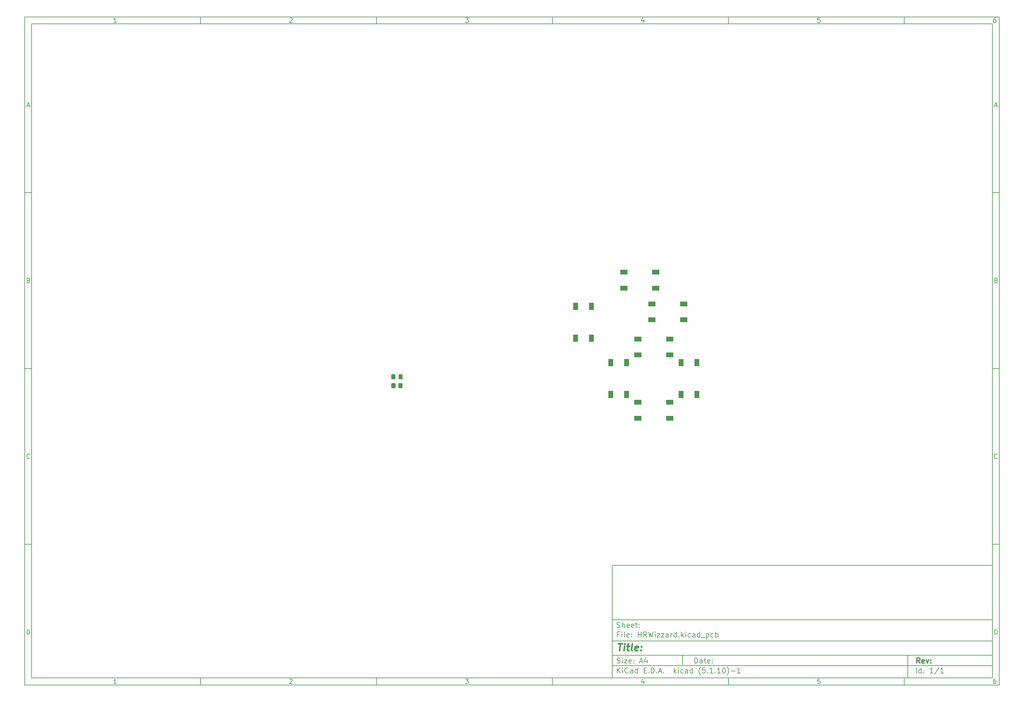
<source format=gbr>
%TF.GenerationSoftware,KiCad,Pcbnew,(5.1.10)-1*%
%TF.CreationDate,2021-11-21T15:51:45+01:00*%
%TF.ProjectId,HRWizzard,48525769-7a7a-4617-9264-2e6b69636164,rev?*%
%TF.SameCoordinates,Original*%
%TF.FileFunction,Paste,Top*%
%TF.FilePolarity,Positive*%
%FSLAX46Y46*%
G04 Gerber Fmt 4.6, Leading zero omitted, Abs format (unit mm)*
G04 Created by KiCad (PCBNEW (5.1.10)-1) date 2021-11-21 15:51:45*
%MOMM*%
%LPD*%
G01*
G04 APERTURE LIST*
%ADD10C,0.100000*%
%ADD11C,0.150000*%
%ADD12C,0.300000*%
%ADD13C,0.400000*%
%ADD14R,1.400000X2.100000*%
%ADD15R,2.100000X1.400000*%
G04 APERTURE END LIST*
D10*
D11*
X177002200Y-166007200D02*
X177002200Y-198007200D01*
X285002200Y-198007200D01*
X285002200Y-166007200D01*
X177002200Y-166007200D01*
D10*
D11*
X10000000Y-10000000D02*
X10000000Y-200007200D01*
X287002200Y-200007200D01*
X287002200Y-10000000D01*
X10000000Y-10000000D01*
D10*
D11*
X12000000Y-12000000D02*
X12000000Y-198007200D01*
X285002200Y-198007200D01*
X285002200Y-12000000D01*
X12000000Y-12000000D01*
D10*
D11*
X60000000Y-12000000D02*
X60000000Y-10000000D01*
D10*
D11*
X110000000Y-12000000D02*
X110000000Y-10000000D01*
D10*
D11*
X160000000Y-12000000D02*
X160000000Y-10000000D01*
D10*
D11*
X210000000Y-12000000D02*
X210000000Y-10000000D01*
D10*
D11*
X260000000Y-12000000D02*
X260000000Y-10000000D01*
D10*
D11*
X36065476Y-11588095D02*
X35322619Y-11588095D01*
X35694047Y-11588095D02*
X35694047Y-10288095D01*
X35570238Y-10473809D01*
X35446428Y-10597619D01*
X35322619Y-10659523D01*
D10*
D11*
X85322619Y-10411904D02*
X85384523Y-10350000D01*
X85508333Y-10288095D01*
X85817857Y-10288095D01*
X85941666Y-10350000D01*
X86003571Y-10411904D01*
X86065476Y-10535714D01*
X86065476Y-10659523D01*
X86003571Y-10845238D01*
X85260714Y-11588095D01*
X86065476Y-11588095D01*
D10*
D11*
X135260714Y-10288095D02*
X136065476Y-10288095D01*
X135632142Y-10783333D01*
X135817857Y-10783333D01*
X135941666Y-10845238D01*
X136003571Y-10907142D01*
X136065476Y-11030952D01*
X136065476Y-11340476D01*
X136003571Y-11464285D01*
X135941666Y-11526190D01*
X135817857Y-11588095D01*
X135446428Y-11588095D01*
X135322619Y-11526190D01*
X135260714Y-11464285D01*
D10*
D11*
X185941666Y-10721428D02*
X185941666Y-11588095D01*
X185632142Y-10226190D02*
X185322619Y-11154761D01*
X186127380Y-11154761D01*
D10*
D11*
X236003571Y-10288095D02*
X235384523Y-10288095D01*
X235322619Y-10907142D01*
X235384523Y-10845238D01*
X235508333Y-10783333D01*
X235817857Y-10783333D01*
X235941666Y-10845238D01*
X236003571Y-10907142D01*
X236065476Y-11030952D01*
X236065476Y-11340476D01*
X236003571Y-11464285D01*
X235941666Y-11526190D01*
X235817857Y-11588095D01*
X235508333Y-11588095D01*
X235384523Y-11526190D01*
X235322619Y-11464285D01*
D10*
D11*
X285941666Y-10288095D02*
X285694047Y-10288095D01*
X285570238Y-10350000D01*
X285508333Y-10411904D01*
X285384523Y-10597619D01*
X285322619Y-10845238D01*
X285322619Y-11340476D01*
X285384523Y-11464285D01*
X285446428Y-11526190D01*
X285570238Y-11588095D01*
X285817857Y-11588095D01*
X285941666Y-11526190D01*
X286003571Y-11464285D01*
X286065476Y-11340476D01*
X286065476Y-11030952D01*
X286003571Y-10907142D01*
X285941666Y-10845238D01*
X285817857Y-10783333D01*
X285570238Y-10783333D01*
X285446428Y-10845238D01*
X285384523Y-10907142D01*
X285322619Y-11030952D01*
D10*
D11*
X60000000Y-198007200D02*
X60000000Y-200007200D01*
D10*
D11*
X110000000Y-198007200D02*
X110000000Y-200007200D01*
D10*
D11*
X160000000Y-198007200D02*
X160000000Y-200007200D01*
D10*
D11*
X210000000Y-198007200D02*
X210000000Y-200007200D01*
D10*
D11*
X260000000Y-198007200D02*
X260000000Y-200007200D01*
D10*
D11*
X36065476Y-199595295D02*
X35322619Y-199595295D01*
X35694047Y-199595295D02*
X35694047Y-198295295D01*
X35570238Y-198481009D01*
X35446428Y-198604819D01*
X35322619Y-198666723D01*
D10*
D11*
X85322619Y-198419104D02*
X85384523Y-198357200D01*
X85508333Y-198295295D01*
X85817857Y-198295295D01*
X85941666Y-198357200D01*
X86003571Y-198419104D01*
X86065476Y-198542914D01*
X86065476Y-198666723D01*
X86003571Y-198852438D01*
X85260714Y-199595295D01*
X86065476Y-199595295D01*
D10*
D11*
X135260714Y-198295295D02*
X136065476Y-198295295D01*
X135632142Y-198790533D01*
X135817857Y-198790533D01*
X135941666Y-198852438D01*
X136003571Y-198914342D01*
X136065476Y-199038152D01*
X136065476Y-199347676D01*
X136003571Y-199471485D01*
X135941666Y-199533390D01*
X135817857Y-199595295D01*
X135446428Y-199595295D01*
X135322619Y-199533390D01*
X135260714Y-199471485D01*
D10*
D11*
X185941666Y-198728628D02*
X185941666Y-199595295D01*
X185632142Y-198233390D02*
X185322619Y-199161961D01*
X186127380Y-199161961D01*
D10*
D11*
X236003571Y-198295295D02*
X235384523Y-198295295D01*
X235322619Y-198914342D01*
X235384523Y-198852438D01*
X235508333Y-198790533D01*
X235817857Y-198790533D01*
X235941666Y-198852438D01*
X236003571Y-198914342D01*
X236065476Y-199038152D01*
X236065476Y-199347676D01*
X236003571Y-199471485D01*
X235941666Y-199533390D01*
X235817857Y-199595295D01*
X235508333Y-199595295D01*
X235384523Y-199533390D01*
X235322619Y-199471485D01*
D10*
D11*
X285941666Y-198295295D02*
X285694047Y-198295295D01*
X285570238Y-198357200D01*
X285508333Y-198419104D01*
X285384523Y-198604819D01*
X285322619Y-198852438D01*
X285322619Y-199347676D01*
X285384523Y-199471485D01*
X285446428Y-199533390D01*
X285570238Y-199595295D01*
X285817857Y-199595295D01*
X285941666Y-199533390D01*
X286003571Y-199471485D01*
X286065476Y-199347676D01*
X286065476Y-199038152D01*
X286003571Y-198914342D01*
X285941666Y-198852438D01*
X285817857Y-198790533D01*
X285570238Y-198790533D01*
X285446428Y-198852438D01*
X285384523Y-198914342D01*
X285322619Y-199038152D01*
D10*
D11*
X10000000Y-60000000D02*
X12000000Y-60000000D01*
D10*
D11*
X10000000Y-110000000D02*
X12000000Y-110000000D01*
D10*
D11*
X10000000Y-160000000D02*
X12000000Y-160000000D01*
D10*
D11*
X10690476Y-35216666D02*
X11309523Y-35216666D01*
X10566666Y-35588095D02*
X11000000Y-34288095D01*
X11433333Y-35588095D01*
D10*
D11*
X11092857Y-84907142D02*
X11278571Y-84969047D01*
X11340476Y-85030952D01*
X11402380Y-85154761D01*
X11402380Y-85340476D01*
X11340476Y-85464285D01*
X11278571Y-85526190D01*
X11154761Y-85588095D01*
X10659523Y-85588095D01*
X10659523Y-84288095D01*
X11092857Y-84288095D01*
X11216666Y-84350000D01*
X11278571Y-84411904D01*
X11340476Y-84535714D01*
X11340476Y-84659523D01*
X11278571Y-84783333D01*
X11216666Y-84845238D01*
X11092857Y-84907142D01*
X10659523Y-84907142D01*
D10*
D11*
X11402380Y-135464285D02*
X11340476Y-135526190D01*
X11154761Y-135588095D01*
X11030952Y-135588095D01*
X10845238Y-135526190D01*
X10721428Y-135402380D01*
X10659523Y-135278571D01*
X10597619Y-135030952D01*
X10597619Y-134845238D01*
X10659523Y-134597619D01*
X10721428Y-134473809D01*
X10845238Y-134350000D01*
X11030952Y-134288095D01*
X11154761Y-134288095D01*
X11340476Y-134350000D01*
X11402380Y-134411904D01*
D10*
D11*
X10659523Y-185588095D02*
X10659523Y-184288095D01*
X10969047Y-184288095D01*
X11154761Y-184350000D01*
X11278571Y-184473809D01*
X11340476Y-184597619D01*
X11402380Y-184845238D01*
X11402380Y-185030952D01*
X11340476Y-185278571D01*
X11278571Y-185402380D01*
X11154761Y-185526190D01*
X10969047Y-185588095D01*
X10659523Y-185588095D01*
D10*
D11*
X287002200Y-60000000D02*
X285002200Y-60000000D01*
D10*
D11*
X287002200Y-110000000D02*
X285002200Y-110000000D01*
D10*
D11*
X287002200Y-160000000D02*
X285002200Y-160000000D01*
D10*
D11*
X285692676Y-35216666D02*
X286311723Y-35216666D01*
X285568866Y-35588095D02*
X286002200Y-34288095D01*
X286435533Y-35588095D01*
D10*
D11*
X286095057Y-84907142D02*
X286280771Y-84969047D01*
X286342676Y-85030952D01*
X286404580Y-85154761D01*
X286404580Y-85340476D01*
X286342676Y-85464285D01*
X286280771Y-85526190D01*
X286156961Y-85588095D01*
X285661723Y-85588095D01*
X285661723Y-84288095D01*
X286095057Y-84288095D01*
X286218866Y-84350000D01*
X286280771Y-84411904D01*
X286342676Y-84535714D01*
X286342676Y-84659523D01*
X286280771Y-84783333D01*
X286218866Y-84845238D01*
X286095057Y-84907142D01*
X285661723Y-84907142D01*
D10*
D11*
X286404580Y-135464285D02*
X286342676Y-135526190D01*
X286156961Y-135588095D01*
X286033152Y-135588095D01*
X285847438Y-135526190D01*
X285723628Y-135402380D01*
X285661723Y-135278571D01*
X285599819Y-135030952D01*
X285599819Y-134845238D01*
X285661723Y-134597619D01*
X285723628Y-134473809D01*
X285847438Y-134350000D01*
X286033152Y-134288095D01*
X286156961Y-134288095D01*
X286342676Y-134350000D01*
X286404580Y-134411904D01*
D10*
D11*
X285661723Y-185588095D02*
X285661723Y-184288095D01*
X285971247Y-184288095D01*
X286156961Y-184350000D01*
X286280771Y-184473809D01*
X286342676Y-184597619D01*
X286404580Y-184845238D01*
X286404580Y-185030952D01*
X286342676Y-185278571D01*
X286280771Y-185402380D01*
X286156961Y-185526190D01*
X285971247Y-185588095D01*
X285661723Y-185588095D01*
D10*
D11*
X200434342Y-193785771D02*
X200434342Y-192285771D01*
X200791485Y-192285771D01*
X201005771Y-192357200D01*
X201148628Y-192500057D01*
X201220057Y-192642914D01*
X201291485Y-192928628D01*
X201291485Y-193142914D01*
X201220057Y-193428628D01*
X201148628Y-193571485D01*
X201005771Y-193714342D01*
X200791485Y-193785771D01*
X200434342Y-193785771D01*
X202577200Y-193785771D02*
X202577200Y-193000057D01*
X202505771Y-192857200D01*
X202362914Y-192785771D01*
X202077200Y-192785771D01*
X201934342Y-192857200D01*
X202577200Y-193714342D02*
X202434342Y-193785771D01*
X202077200Y-193785771D01*
X201934342Y-193714342D01*
X201862914Y-193571485D01*
X201862914Y-193428628D01*
X201934342Y-193285771D01*
X202077200Y-193214342D01*
X202434342Y-193214342D01*
X202577200Y-193142914D01*
X203077200Y-192785771D02*
X203648628Y-192785771D01*
X203291485Y-192285771D02*
X203291485Y-193571485D01*
X203362914Y-193714342D01*
X203505771Y-193785771D01*
X203648628Y-193785771D01*
X204720057Y-193714342D02*
X204577200Y-193785771D01*
X204291485Y-193785771D01*
X204148628Y-193714342D01*
X204077200Y-193571485D01*
X204077200Y-193000057D01*
X204148628Y-192857200D01*
X204291485Y-192785771D01*
X204577200Y-192785771D01*
X204720057Y-192857200D01*
X204791485Y-193000057D01*
X204791485Y-193142914D01*
X204077200Y-193285771D01*
X205434342Y-193642914D02*
X205505771Y-193714342D01*
X205434342Y-193785771D01*
X205362914Y-193714342D01*
X205434342Y-193642914D01*
X205434342Y-193785771D01*
X205434342Y-192857200D02*
X205505771Y-192928628D01*
X205434342Y-193000057D01*
X205362914Y-192928628D01*
X205434342Y-192857200D01*
X205434342Y-193000057D01*
D10*
D11*
X177002200Y-194507200D02*
X285002200Y-194507200D01*
D10*
D11*
X178434342Y-196585771D02*
X178434342Y-195085771D01*
X179291485Y-196585771D02*
X178648628Y-195728628D01*
X179291485Y-195085771D02*
X178434342Y-195942914D01*
X179934342Y-196585771D02*
X179934342Y-195585771D01*
X179934342Y-195085771D02*
X179862914Y-195157200D01*
X179934342Y-195228628D01*
X180005771Y-195157200D01*
X179934342Y-195085771D01*
X179934342Y-195228628D01*
X181505771Y-196442914D02*
X181434342Y-196514342D01*
X181220057Y-196585771D01*
X181077200Y-196585771D01*
X180862914Y-196514342D01*
X180720057Y-196371485D01*
X180648628Y-196228628D01*
X180577200Y-195942914D01*
X180577200Y-195728628D01*
X180648628Y-195442914D01*
X180720057Y-195300057D01*
X180862914Y-195157200D01*
X181077200Y-195085771D01*
X181220057Y-195085771D01*
X181434342Y-195157200D01*
X181505771Y-195228628D01*
X182791485Y-196585771D02*
X182791485Y-195800057D01*
X182720057Y-195657200D01*
X182577200Y-195585771D01*
X182291485Y-195585771D01*
X182148628Y-195657200D01*
X182791485Y-196514342D02*
X182648628Y-196585771D01*
X182291485Y-196585771D01*
X182148628Y-196514342D01*
X182077200Y-196371485D01*
X182077200Y-196228628D01*
X182148628Y-196085771D01*
X182291485Y-196014342D01*
X182648628Y-196014342D01*
X182791485Y-195942914D01*
X184148628Y-196585771D02*
X184148628Y-195085771D01*
X184148628Y-196514342D02*
X184005771Y-196585771D01*
X183720057Y-196585771D01*
X183577200Y-196514342D01*
X183505771Y-196442914D01*
X183434342Y-196300057D01*
X183434342Y-195871485D01*
X183505771Y-195728628D01*
X183577200Y-195657200D01*
X183720057Y-195585771D01*
X184005771Y-195585771D01*
X184148628Y-195657200D01*
X186005771Y-195800057D02*
X186505771Y-195800057D01*
X186720057Y-196585771D02*
X186005771Y-196585771D01*
X186005771Y-195085771D01*
X186720057Y-195085771D01*
X187362914Y-196442914D02*
X187434342Y-196514342D01*
X187362914Y-196585771D01*
X187291485Y-196514342D01*
X187362914Y-196442914D01*
X187362914Y-196585771D01*
X188077200Y-196585771D02*
X188077200Y-195085771D01*
X188434342Y-195085771D01*
X188648628Y-195157200D01*
X188791485Y-195300057D01*
X188862914Y-195442914D01*
X188934342Y-195728628D01*
X188934342Y-195942914D01*
X188862914Y-196228628D01*
X188791485Y-196371485D01*
X188648628Y-196514342D01*
X188434342Y-196585771D01*
X188077200Y-196585771D01*
X189577200Y-196442914D02*
X189648628Y-196514342D01*
X189577200Y-196585771D01*
X189505771Y-196514342D01*
X189577200Y-196442914D01*
X189577200Y-196585771D01*
X190220057Y-196157200D02*
X190934342Y-196157200D01*
X190077200Y-196585771D02*
X190577200Y-195085771D01*
X191077200Y-196585771D01*
X191577200Y-196442914D02*
X191648628Y-196514342D01*
X191577200Y-196585771D01*
X191505771Y-196514342D01*
X191577200Y-196442914D01*
X191577200Y-196585771D01*
X194577200Y-196585771D02*
X194577200Y-195085771D01*
X194720057Y-196014342D02*
X195148628Y-196585771D01*
X195148628Y-195585771D02*
X194577200Y-196157200D01*
X195791485Y-196585771D02*
X195791485Y-195585771D01*
X195791485Y-195085771D02*
X195720057Y-195157200D01*
X195791485Y-195228628D01*
X195862914Y-195157200D01*
X195791485Y-195085771D01*
X195791485Y-195228628D01*
X197148628Y-196514342D02*
X197005771Y-196585771D01*
X196720057Y-196585771D01*
X196577200Y-196514342D01*
X196505771Y-196442914D01*
X196434342Y-196300057D01*
X196434342Y-195871485D01*
X196505771Y-195728628D01*
X196577200Y-195657200D01*
X196720057Y-195585771D01*
X197005771Y-195585771D01*
X197148628Y-195657200D01*
X198434342Y-196585771D02*
X198434342Y-195800057D01*
X198362914Y-195657200D01*
X198220057Y-195585771D01*
X197934342Y-195585771D01*
X197791485Y-195657200D01*
X198434342Y-196514342D02*
X198291485Y-196585771D01*
X197934342Y-196585771D01*
X197791485Y-196514342D01*
X197720057Y-196371485D01*
X197720057Y-196228628D01*
X197791485Y-196085771D01*
X197934342Y-196014342D01*
X198291485Y-196014342D01*
X198434342Y-195942914D01*
X199791485Y-196585771D02*
X199791485Y-195085771D01*
X199791485Y-196514342D02*
X199648628Y-196585771D01*
X199362914Y-196585771D01*
X199220057Y-196514342D01*
X199148628Y-196442914D01*
X199077200Y-196300057D01*
X199077200Y-195871485D01*
X199148628Y-195728628D01*
X199220057Y-195657200D01*
X199362914Y-195585771D01*
X199648628Y-195585771D01*
X199791485Y-195657200D01*
X202077200Y-197157200D02*
X202005771Y-197085771D01*
X201862914Y-196871485D01*
X201791485Y-196728628D01*
X201720057Y-196514342D01*
X201648628Y-196157200D01*
X201648628Y-195871485D01*
X201720057Y-195514342D01*
X201791485Y-195300057D01*
X201862914Y-195157200D01*
X202005771Y-194942914D01*
X202077200Y-194871485D01*
X203362914Y-195085771D02*
X202648628Y-195085771D01*
X202577200Y-195800057D01*
X202648628Y-195728628D01*
X202791485Y-195657200D01*
X203148628Y-195657200D01*
X203291485Y-195728628D01*
X203362914Y-195800057D01*
X203434342Y-195942914D01*
X203434342Y-196300057D01*
X203362914Y-196442914D01*
X203291485Y-196514342D01*
X203148628Y-196585771D01*
X202791485Y-196585771D01*
X202648628Y-196514342D01*
X202577200Y-196442914D01*
X204077200Y-196442914D02*
X204148628Y-196514342D01*
X204077200Y-196585771D01*
X204005771Y-196514342D01*
X204077200Y-196442914D01*
X204077200Y-196585771D01*
X205577200Y-196585771D02*
X204720057Y-196585771D01*
X205148628Y-196585771D02*
X205148628Y-195085771D01*
X205005771Y-195300057D01*
X204862914Y-195442914D01*
X204720057Y-195514342D01*
X206220057Y-196442914D02*
X206291485Y-196514342D01*
X206220057Y-196585771D01*
X206148628Y-196514342D01*
X206220057Y-196442914D01*
X206220057Y-196585771D01*
X207720057Y-196585771D02*
X206862914Y-196585771D01*
X207291485Y-196585771D02*
X207291485Y-195085771D01*
X207148628Y-195300057D01*
X207005771Y-195442914D01*
X206862914Y-195514342D01*
X208648628Y-195085771D02*
X208791485Y-195085771D01*
X208934342Y-195157200D01*
X209005771Y-195228628D01*
X209077200Y-195371485D01*
X209148628Y-195657200D01*
X209148628Y-196014342D01*
X209077200Y-196300057D01*
X209005771Y-196442914D01*
X208934342Y-196514342D01*
X208791485Y-196585771D01*
X208648628Y-196585771D01*
X208505771Y-196514342D01*
X208434342Y-196442914D01*
X208362914Y-196300057D01*
X208291485Y-196014342D01*
X208291485Y-195657200D01*
X208362914Y-195371485D01*
X208434342Y-195228628D01*
X208505771Y-195157200D01*
X208648628Y-195085771D01*
X209648628Y-197157200D02*
X209720057Y-197085771D01*
X209862914Y-196871485D01*
X209934342Y-196728628D01*
X210005771Y-196514342D01*
X210077200Y-196157200D01*
X210077200Y-195871485D01*
X210005771Y-195514342D01*
X209934342Y-195300057D01*
X209862914Y-195157200D01*
X209720057Y-194942914D01*
X209648628Y-194871485D01*
X210791485Y-196014342D02*
X211934342Y-196014342D01*
X213434342Y-196585771D02*
X212577200Y-196585771D01*
X213005771Y-196585771D02*
X213005771Y-195085771D01*
X212862914Y-195300057D01*
X212720057Y-195442914D01*
X212577200Y-195514342D01*
D10*
D11*
X177002200Y-191507200D02*
X285002200Y-191507200D01*
D10*
D12*
X264411485Y-193785771D02*
X263911485Y-193071485D01*
X263554342Y-193785771D02*
X263554342Y-192285771D01*
X264125771Y-192285771D01*
X264268628Y-192357200D01*
X264340057Y-192428628D01*
X264411485Y-192571485D01*
X264411485Y-192785771D01*
X264340057Y-192928628D01*
X264268628Y-193000057D01*
X264125771Y-193071485D01*
X263554342Y-193071485D01*
X265625771Y-193714342D02*
X265482914Y-193785771D01*
X265197200Y-193785771D01*
X265054342Y-193714342D01*
X264982914Y-193571485D01*
X264982914Y-193000057D01*
X265054342Y-192857200D01*
X265197200Y-192785771D01*
X265482914Y-192785771D01*
X265625771Y-192857200D01*
X265697200Y-193000057D01*
X265697200Y-193142914D01*
X264982914Y-193285771D01*
X266197200Y-192785771D02*
X266554342Y-193785771D01*
X266911485Y-192785771D01*
X267482914Y-193642914D02*
X267554342Y-193714342D01*
X267482914Y-193785771D01*
X267411485Y-193714342D01*
X267482914Y-193642914D01*
X267482914Y-193785771D01*
X267482914Y-192857200D02*
X267554342Y-192928628D01*
X267482914Y-193000057D01*
X267411485Y-192928628D01*
X267482914Y-192857200D01*
X267482914Y-193000057D01*
D10*
D11*
X178362914Y-193714342D02*
X178577200Y-193785771D01*
X178934342Y-193785771D01*
X179077200Y-193714342D01*
X179148628Y-193642914D01*
X179220057Y-193500057D01*
X179220057Y-193357200D01*
X179148628Y-193214342D01*
X179077200Y-193142914D01*
X178934342Y-193071485D01*
X178648628Y-193000057D01*
X178505771Y-192928628D01*
X178434342Y-192857200D01*
X178362914Y-192714342D01*
X178362914Y-192571485D01*
X178434342Y-192428628D01*
X178505771Y-192357200D01*
X178648628Y-192285771D01*
X179005771Y-192285771D01*
X179220057Y-192357200D01*
X179862914Y-193785771D02*
X179862914Y-192785771D01*
X179862914Y-192285771D02*
X179791485Y-192357200D01*
X179862914Y-192428628D01*
X179934342Y-192357200D01*
X179862914Y-192285771D01*
X179862914Y-192428628D01*
X180434342Y-192785771D02*
X181220057Y-192785771D01*
X180434342Y-193785771D01*
X181220057Y-193785771D01*
X182362914Y-193714342D02*
X182220057Y-193785771D01*
X181934342Y-193785771D01*
X181791485Y-193714342D01*
X181720057Y-193571485D01*
X181720057Y-193000057D01*
X181791485Y-192857200D01*
X181934342Y-192785771D01*
X182220057Y-192785771D01*
X182362914Y-192857200D01*
X182434342Y-193000057D01*
X182434342Y-193142914D01*
X181720057Y-193285771D01*
X183077200Y-193642914D02*
X183148628Y-193714342D01*
X183077200Y-193785771D01*
X183005771Y-193714342D01*
X183077200Y-193642914D01*
X183077200Y-193785771D01*
X183077200Y-192857200D02*
X183148628Y-192928628D01*
X183077200Y-193000057D01*
X183005771Y-192928628D01*
X183077200Y-192857200D01*
X183077200Y-193000057D01*
X184862914Y-193357200D02*
X185577200Y-193357200D01*
X184720057Y-193785771D02*
X185220057Y-192285771D01*
X185720057Y-193785771D01*
X186862914Y-192785771D02*
X186862914Y-193785771D01*
X186505771Y-192214342D02*
X186148628Y-193285771D01*
X187077200Y-193285771D01*
D10*
D11*
X263434342Y-196585771D02*
X263434342Y-195085771D01*
X264791485Y-196585771D02*
X264791485Y-195085771D01*
X264791485Y-196514342D02*
X264648628Y-196585771D01*
X264362914Y-196585771D01*
X264220057Y-196514342D01*
X264148628Y-196442914D01*
X264077200Y-196300057D01*
X264077200Y-195871485D01*
X264148628Y-195728628D01*
X264220057Y-195657200D01*
X264362914Y-195585771D01*
X264648628Y-195585771D01*
X264791485Y-195657200D01*
X265505771Y-196442914D02*
X265577200Y-196514342D01*
X265505771Y-196585771D01*
X265434342Y-196514342D01*
X265505771Y-196442914D01*
X265505771Y-196585771D01*
X265505771Y-195657200D02*
X265577200Y-195728628D01*
X265505771Y-195800057D01*
X265434342Y-195728628D01*
X265505771Y-195657200D01*
X265505771Y-195800057D01*
X268148628Y-196585771D02*
X267291485Y-196585771D01*
X267720057Y-196585771D02*
X267720057Y-195085771D01*
X267577200Y-195300057D01*
X267434342Y-195442914D01*
X267291485Y-195514342D01*
X269862914Y-195014342D02*
X268577200Y-196942914D01*
X271148628Y-196585771D02*
X270291485Y-196585771D01*
X270720057Y-196585771D02*
X270720057Y-195085771D01*
X270577200Y-195300057D01*
X270434342Y-195442914D01*
X270291485Y-195514342D01*
D10*
D11*
X177002200Y-187507200D02*
X285002200Y-187507200D01*
D10*
D13*
X178714580Y-188211961D02*
X179857438Y-188211961D01*
X179036009Y-190211961D02*
X179286009Y-188211961D01*
X180274104Y-190211961D02*
X180440771Y-188878628D01*
X180524104Y-188211961D02*
X180416961Y-188307200D01*
X180500295Y-188402438D01*
X180607438Y-188307200D01*
X180524104Y-188211961D01*
X180500295Y-188402438D01*
X181107438Y-188878628D02*
X181869342Y-188878628D01*
X181476485Y-188211961D02*
X181262200Y-189926247D01*
X181333628Y-190116723D01*
X181512200Y-190211961D01*
X181702676Y-190211961D01*
X182655057Y-190211961D02*
X182476485Y-190116723D01*
X182405057Y-189926247D01*
X182619342Y-188211961D01*
X184190771Y-190116723D02*
X183988390Y-190211961D01*
X183607438Y-190211961D01*
X183428866Y-190116723D01*
X183357438Y-189926247D01*
X183452676Y-189164342D01*
X183571723Y-188973866D01*
X183774104Y-188878628D01*
X184155057Y-188878628D01*
X184333628Y-188973866D01*
X184405057Y-189164342D01*
X184381247Y-189354819D01*
X183405057Y-189545295D01*
X185155057Y-190021485D02*
X185238390Y-190116723D01*
X185131247Y-190211961D01*
X185047914Y-190116723D01*
X185155057Y-190021485D01*
X185131247Y-190211961D01*
X185286009Y-188973866D02*
X185369342Y-189069104D01*
X185262200Y-189164342D01*
X185178866Y-189069104D01*
X185286009Y-188973866D01*
X185262200Y-189164342D01*
D10*
D11*
X178934342Y-185600057D02*
X178434342Y-185600057D01*
X178434342Y-186385771D02*
X178434342Y-184885771D01*
X179148628Y-184885771D01*
X179720057Y-186385771D02*
X179720057Y-185385771D01*
X179720057Y-184885771D02*
X179648628Y-184957200D01*
X179720057Y-185028628D01*
X179791485Y-184957200D01*
X179720057Y-184885771D01*
X179720057Y-185028628D01*
X180648628Y-186385771D02*
X180505771Y-186314342D01*
X180434342Y-186171485D01*
X180434342Y-184885771D01*
X181791485Y-186314342D02*
X181648628Y-186385771D01*
X181362914Y-186385771D01*
X181220057Y-186314342D01*
X181148628Y-186171485D01*
X181148628Y-185600057D01*
X181220057Y-185457200D01*
X181362914Y-185385771D01*
X181648628Y-185385771D01*
X181791485Y-185457200D01*
X181862914Y-185600057D01*
X181862914Y-185742914D01*
X181148628Y-185885771D01*
X182505771Y-186242914D02*
X182577200Y-186314342D01*
X182505771Y-186385771D01*
X182434342Y-186314342D01*
X182505771Y-186242914D01*
X182505771Y-186385771D01*
X182505771Y-185457200D02*
X182577200Y-185528628D01*
X182505771Y-185600057D01*
X182434342Y-185528628D01*
X182505771Y-185457200D01*
X182505771Y-185600057D01*
X184362914Y-186385771D02*
X184362914Y-184885771D01*
X184362914Y-185600057D02*
X185220057Y-185600057D01*
X185220057Y-186385771D02*
X185220057Y-184885771D01*
X186791485Y-186385771D02*
X186291485Y-185671485D01*
X185934342Y-186385771D02*
X185934342Y-184885771D01*
X186505771Y-184885771D01*
X186648628Y-184957200D01*
X186720057Y-185028628D01*
X186791485Y-185171485D01*
X186791485Y-185385771D01*
X186720057Y-185528628D01*
X186648628Y-185600057D01*
X186505771Y-185671485D01*
X185934342Y-185671485D01*
X187291485Y-184885771D02*
X187648628Y-186385771D01*
X187934342Y-185314342D01*
X188220057Y-186385771D01*
X188577200Y-184885771D01*
X189148628Y-186385771D02*
X189148628Y-185385771D01*
X189148628Y-184885771D02*
X189077200Y-184957200D01*
X189148628Y-185028628D01*
X189220057Y-184957200D01*
X189148628Y-184885771D01*
X189148628Y-185028628D01*
X189720057Y-185385771D02*
X190505771Y-185385771D01*
X189720057Y-186385771D01*
X190505771Y-186385771D01*
X190934342Y-185385771D02*
X191720057Y-185385771D01*
X190934342Y-186385771D01*
X191720057Y-186385771D01*
X192934342Y-186385771D02*
X192934342Y-185600057D01*
X192862914Y-185457200D01*
X192720057Y-185385771D01*
X192434342Y-185385771D01*
X192291485Y-185457200D01*
X192934342Y-186314342D02*
X192791485Y-186385771D01*
X192434342Y-186385771D01*
X192291485Y-186314342D01*
X192220057Y-186171485D01*
X192220057Y-186028628D01*
X192291485Y-185885771D01*
X192434342Y-185814342D01*
X192791485Y-185814342D01*
X192934342Y-185742914D01*
X193648628Y-186385771D02*
X193648628Y-185385771D01*
X193648628Y-185671485D02*
X193720057Y-185528628D01*
X193791485Y-185457200D01*
X193934342Y-185385771D01*
X194077200Y-185385771D01*
X195220057Y-186385771D02*
X195220057Y-184885771D01*
X195220057Y-186314342D02*
X195077200Y-186385771D01*
X194791485Y-186385771D01*
X194648628Y-186314342D01*
X194577200Y-186242914D01*
X194505771Y-186100057D01*
X194505771Y-185671485D01*
X194577200Y-185528628D01*
X194648628Y-185457200D01*
X194791485Y-185385771D01*
X195077200Y-185385771D01*
X195220057Y-185457200D01*
X195934342Y-186242914D02*
X196005771Y-186314342D01*
X195934342Y-186385771D01*
X195862914Y-186314342D01*
X195934342Y-186242914D01*
X195934342Y-186385771D01*
X196648628Y-186385771D02*
X196648628Y-184885771D01*
X196791485Y-185814342D02*
X197220057Y-186385771D01*
X197220057Y-185385771D02*
X196648628Y-185957200D01*
X197862914Y-186385771D02*
X197862914Y-185385771D01*
X197862914Y-184885771D02*
X197791485Y-184957200D01*
X197862914Y-185028628D01*
X197934342Y-184957200D01*
X197862914Y-184885771D01*
X197862914Y-185028628D01*
X199220057Y-186314342D02*
X199077200Y-186385771D01*
X198791485Y-186385771D01*
X198648628Y-186314342D01*
X198577200Y-186242914D01*
X198505771Y-186100057D01*
X198505771Y-185671485D01*
X198577200Y-185528628D01*
X198648628Y-185457200D01*
X198791485Y-185385771D01*
X199077200Y-185385771D01*
X199220057Y-185457200D01*
X200505771Y-186385771D02*
X200505771Y-185600057D01*
X200434342Y-185457200D01*
X200291485Y-185385771D01*
X200005771Y-185385771D01*
X199862914Y-185457200D01*
X200505771Y-186314342D02*
X200362914Y-186385771D01*
X200005771Y-186385771D01*
X199862914Y-186314342D01*
X199791485Y-186171485D01*
X199791485Y-186028628D01*
X199862914Y-185885771D01*
X200005771Y-185814342D01*
X200362914Y-185814342D01*
X200505771Y-185742914D01*
X201862914Y-186385771D02*
X201862914Y-184885771D01*
X201862914Y-186314342D02*
X201720057Y-186385771D01*
X201434342Y-186385771D01*
X201291485Y-186314342D01*
X201220057Y-186242914D01*
X201148628Y-186100057D01*
X201148628Y-185671485D01*
X201220057Y-185528628D01*
X201291485Y-185457200D01*
X201434342Y-185385771D01*
X201720057Y-185385771D01*
X201862914Y-185457200D01*
X202220057Y-186528628D02*
X203362914Y-186528628D01*
X203720057Y-185385771D02*
X203720057Y-186885771D01*
X203720057Y-185457200D02*
X203862914Y-185385771D01*
X204148628Y-185385771D01*
X204291485Y-185457200D01*
X204362914Y-185528628D01*
X204434342Y-185671485D01*
X204434342Y-186100057D01*
X204362914Y-186242914D01*
X204291485Y-186314342D01*
X204148628Y-186385771D01*
X203862914Y-186385771D01*
X203720057Y-186314342D01*
X205720057Y-186314342D02*
X205577200Y-186385771D01*
X205291485Y-186385771D01*
X205148628Y-186314342D01*
X205077200Y-186242914D01*
X205005771Y-186100057D01*
X205005771Y-185671485D01*
X205077200Y-185528628D01*
X205148628Y-185457200D01*
X205291485Y-185385771D01*
X205577200Y-185385771D01*
X205720057Y-185457200D01*
X206362914Y-186385771D02*
X206362914Y-184885771D01*
X206362914Y-185457200D02*
X206505771Y-185385771D01*
X206791485Y-185385771D01*
X206934342Y-185457200D01*
X207005771Y-185528628D01*
X207077200Y-185671485D01*
X207077200Y-186100057D01*
X207005771Y-186242914D01*
X206934342Y-186314342D01*
X206791485Y-186385771D01*
X206505771Y-186385771D01*
X206362914Y-186314342D01*
D10*
D11*
X177002200Y-181507200D02*
X285002200Y-181507200D01*
D10*
D11*
X178362914Y-183614342D02*
X178577200Y-183685771D01*
X178934342Y-183685771D01*
X179077200Y-183614342D01*
X179148628Y-183542914D01*
X179220057Y-183400057D01*
X179220057Y-183257200D01*
X179148628Y-183114342D01*
X179077200Y-183042914D01*
X178934342Y-182971485D01*
X178648628Y-182900057D01*
X178505771Y-182828628D01*
X178434342Y-182757200D01*
X178362914Y-182614342D01*
X178362914Y-182471485D01*
X178434342Y-182328628D01*
X178505771Y-182257200D01*
X178648628Y-182185771D01*
X179005771Y-182185771D01*
X179220057Y-182257200D01*
X179862914Y-183685771D02*
X179862914Y-182185771D01*
X180505771Y-183685771D02*
X180505771Y-182900057D01*
X180434342Y-182757200D01*
X180291485Y-182685771D01*
X180077200Y-182685771D01*
X179934342Y-182757200D01*
X179862914Y-182828628D01*
X181791485Y-183614342D02*
X181648628Y-183685771D01*
X181362914Y-183685771D01*
X181220057Y-183614342D01*
X181148628Y-183471485D01*
X181148628Y-182900057D01*
X181220057Y-182757200D01*
X181362914Y-182685771D01*
X181648628Y-182685771D01*
X181791485Y-182757200D01*
X181862914Y-182900057D01*
X181862914Y-183042914D01*
X181148628Y-183185771D01*
X183077200Y-183614342D02*
X182934342Y-183685771D01*
X182648628Y-183685771D01*
X182505771Y-183614342D01*
X182434342Y-183471485D01*
X182434342Y-182900057D01*
X182505771Y-182757200D01*
X182648628Y-182685771D01*
X182934342Y-182685771D01*
X183077200Y-182757200D01*
X183148628Y-182900057D01*
X183148628Y-183042914D01*
X182434342Y-183185771D01*
X183577200Y-182685771D02*
X184148628Y-182685771D01*
X183791485Y-182185771D02*
X183791485Y-183471485D01*
X183862914Y-183614342D01*
X184005771Y-183685771D01*
X184148628Y-183685771D01*
X184648628Y-183542914D02*
X184720057Y-183614342D01*
X184648628Y-183685771D01*
X184577200Y-183614342D01*
X184648628Y-183542914D01*
X184648628Y-183685771D01*
X184648628Y-182757200D02*
X184720057Y-182828628D01*
X184648628Y-182900057D01*
X184577200Y-182828628D01*
X184648628Y-182757200D01*
X184648628Y-182900057D01*
D10*
D11*
X197002200Y-191507200D02*
X197002200Y-194507200D01*
D10*
D11*
X261002200Y-191507200D02*
X261002200Y-198007200D01*
%TO.C,R9*%
G36*
G01*
X116197000Y-115308001D02*
X116197000Y-114407999D01*
G75*
G02*
X116446999Y-114158000I249999J0D01*
G01*
X117147001Y-114158000D01*
G75*
G02*
X117397000Y-114407999I0J-249999D01*
G01*
X117397000Y-115308001D01*
G75*
G02*
X117147001Y-115558000I-249999J0D01*
G01*
X116446999Y-115558000D01*
G75*
G02*
X116197000Y-115308001I0J249999D01*
G01*
G37*
G36*
G01*
X114197000Y-115308001D02*
X114197000Y-114407999D01*
G75*
G02*
X114446999Y-114158000I249999J0D01*
G01*
X115147001Y-114158000D01*
G75*
G02*
X115397000Y-114407999I0J-249999D01*
G01*
X115397000Y-115308001D01*
G75*
G02*
X115147001Y-115558000I-249999J0D01*
G01*
X114446999Y-115558000D01*
G75*
G02*
X114197000Y-115308001I0J249999D01*
G01*
G37*
%TD*%
%TO.C,D1*%
G36*
G01*
X115347000Y-111907999D02*
X115347000Y-112808001D01*
G75*
G02*
X115097001Y-113058000I-249999J0D01*
G01*
X114446999Y-113058000D01*
G75*
G02*
X114197000Y-112808001I0J249999D01*
G01*
X114197000Y-111907999D01*
G75*
G02*
X114446999Y-111658000I249999J0D01*
G01*
X115097001Y-111658000D01*
G75*
G02*
X115347000Y-111907999I0J-249999D01*
G01*
G37*
G36*
G01*
X117397000Y-111907999D02*
X117397000Y-112808001D01*
G75*
G02*
X117147001Y-113058000I-249999J0D01*
G01*
X116496999Y-113058000D01*
G75*
G02*
X116247000Y-112808001I0J249999D01*
G01*
X116247000Y-111907999D01*
G75*
G02*
X116496999Y-111658000I249999J0D01*
G01*
X117147001Y-111658000D01*
G75*
G02*
X117397000Y-111907999I0J-249999D01*
G01*
G37*
%TD*%
D14*
%TO.C,SW7*%
X196547000Y-117408000D03*
X201047000Y-117408000D03*
X201047000Y-108308000D03*
X196547000Y-108308000D03*
%TD*%
D15*
%TO.C,SW6*%
X193347000Y-106108000D03*
X193347000Y-101608000D03*
X184247000Y-101608000D03*
X184247000Y-106108000D03*
%TD*%
%TO.C,SW5*%
X193347000Y-124108000D03*
X193347000Y-119608000D03*
X184247000Y-119608000D03*
X184247000Y-124108000D03*
%TD*%
D14*
%TO.C,SW4*%
X176547000Y-117408000D03*
X181047000Y-117408000D03*
X181047000Y-108308000D03*
X176547000Y-108308000D03*
%TD*%
D15*
%TO.C,SW1*%
X197347000Y-96108000D03*
X197347000Y-91608000D03*
X188247000Y-91608000D03*
X188247000Y-96108000D03*
%TD*%
%TO.C,SW2*%
X189347000Y-87108000D03*
X189347000Y-82608000D03*
X180247000Y-82608000D03*
X180247000Y-87108000D03*
%TD*%
D14*
%TO.C,SW3*%
X171047000Y-92308000D03*
X166547000Y-92308000D03*
X166547000Y-101408000D03*
X171047000Y-101408000D03*
%TD*%
M02*

</source>
